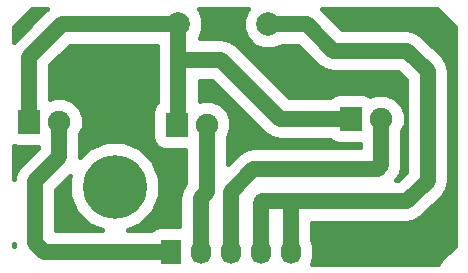
<source format=gbr>
G04 #@! TF.FileFunction,Copper,L1,Top,Signal*
%FSLAX46Y46*%
G04 Gerber Fmt 4.6, Leading zero omitted, Abs format (unit mm)*
G04 Created by KiCad (PCBNEW 4.0.0-rc2-stable) date 16-4-2016 22:36:50*
%MOMM*%
G01*
G04 APERTURE LIST*
%ADD10C,0.100000*%
%ADD11R,1.727200X2.032000*%
%ADD12O,1.727200X2.032000*%
%ADD13C,1.998980*%
%ADD14R,1.900000X2.000000*%
%ADD15C,1.900000*%
%ADD16C,5.400000*%
%ADD17C,1.350000*%
%ADD18C,0.454000*%
G04 APERTURE END LIST*
D10*
D11*
X28250000Y-35750000D03*
D12*
X30790000Y-35750000D03*
X33330000Y-35750000D03*
X35870000Y-35750000D03*
X38410000Y-35750000D03*
D13*
X36500000Y-16500000D03*
X28880000Y-16500000D03*
D14*
X43500000Y-24500000D03*
D15*
X46040000Y-24500000D03*
D14*
X28750000Y-25000000D03*
D15*
X31290000Y-25000000D03*
D14*
X16250000Y-24750000D03*
D15*
X18790000Y-24750000D03*
D16*
X23500000Y-30250000D03*
D17*
X36500000Y-16500000D02*
X39750000Y-16500000D01*
X48250000Y-31500000D02*
X38070000Y-31500000D01*
X50000000Y-29750000D02*
X48250000Y-31500000D01*
X50000000Y-20500000D02*
X50000000Y-29750000D01*
X48250000Y-18750000D02*
X50000000Y-20500000D01*
X42000000Y-18750000D02*
X48250000Y-18750000D01*
X39750000Y-16500000D02*
X42000000Y-18750000D01*
X38410000Y-35750000D02*
X38410000Y-31840000D01*
X35870000Y-31630000D02*
X35870000Y-35750000D01*
X36000000Y-31500000D02*
X35870000Y-31630000D01*
X38070000Y-31500000D02*
X36000000Y-31500000D01*
X38410000Y-31840000D02*
X38070000Y-31500000D01*
X33330000Y-35750000D02*
X33330000Y-30670000D01*
X46040000Y-28460000D02*
X46040000Y-24500000D01*
X45750000Y-28750000D02*
X46040000Y-28460000D01*
X35250000Y-28750000D02*
X45750000Y-28750000D01*
X33330000Y-30670000D02*
X35250000Y-28750000D01*
X31290000Y-25000000D02*
X31290000Y-30710000D01*
X30790000Y-31210000D02*
X30790000Y-35750000D01*
X31290000Y-30710000D02*
X30790000Y-31210000D01*
X30750000Y-35710000D02*
X30790000Y-35750000D01*
X18790000Y-24750000D02*
X18790000Y-27710000D01*
X17500000Y-35750000D02*
X28250000Y-35750000D01*
X16750000Y-35000000D02*
X17500000Y-35750000D01*
X16750000Y-29750000D02*
X16750000Y-35000000D01*
X18790000Y-27710000D02*
X16750000Y-29750000D01*
X43500000Y-24500000D02*
X37500000Y-24500000D01*
X32500000Y-19500000D02*
X28880000Y-19500000D01*
X37500000Y-24500000D02*
X32500000Y-19500000D01*
X16250000Y-24750000D02*
X16250000Y-19250000D01*
X19000000Y-16500000D02*
X28880000Y-16500000D01*
X16250000Y-19250000D02*
X19000000Y-16500000D01*
X28880000Y-16500000D02*
X28880000Y-19500000D01*
X28880000Y-19500000D02*
X28880000Y-24870000D01*
X28880000Y-24870000D02*
X28750000Y-25000000D01*
D18*
G36*
X52290000Y-16751199D02*
X52290000Y-35248802D01*
X51144401Y-36394401D01*
X50882106Y-36786953D01*
X50881500Y-36790000D01*
X40202592Y-36790000D01*
X40256466Y-36709372D01*
X40408600Y-35944541D01*
X40408600Y-35555459D01*
X40256466Y-34790628D01*
X40220000Y-34736053D01*
X40220000Y-33310000D01*
X48250000Y-33310000D01*
X48942657Y-33172222D01*
X49529863Y-32779863D01*
X51279863Y-31029863D01*
X51672222Y-30442657D01*
X51810000Y-29750000D01*
X51810000Y-20500000D01*
X51672222Y-19807343D01*
X51279863Y-19220137D01*
X49529863Y-17470137D01*
X48942657Y-17077778D01*
X48250000Y-16940000D01*
X42749727Y-16940000D01*
X41029863Y-15220137D01*
X41014692Y-15210000D01*
X50748802Y-15210000D01*
X52290000Y-16751199D01*
X52290000Y-16751199D01*
G37*
X52290000Y-16751199D02*
X52290000Y-35248802D01*
X51144401Y-36394401D01*
X50882106Y-36786953D01*
X50881500Y-36790000D01*
X40202592Y-36790000D01*
X40256466Y-36709372D01*
X40408600Y-35944541D01*
X40408600Y-35555459D01*
X40256466Y-34790628D01*
X40220000Y-34736053D01*
X40220000Y-33310000D01*
X48250000Y-33310000D01*
X48942657Y-33172222D01*
X49529863Y-32779863D01*
X51279863Y-31029863D01*
X51672222Y-30442657D01*
X51810000Y-29750000D01*
X51810000Y-20500000D01*
X51672222Y-19807343D01*
X51279863Y-19220137D01*
X49529863Y-17470137D01*
X48942657Y-17077778D01*
X48250000Y-16940000D01*
X42749727Y-16940000D01*
X41029863Y-15220137D01*
X41014692Y-15210000D01*
X50748802Y-15210000D01*
X52290000Y-16751199D01*
G36*
X14996812Y-35285614D02*
X14960000Y-35248802D01*
X14960000Y-35100547D01*
X14996812Y-35285614D01*
X14996812Y-35285614D01*
G37*
X14996812Y-35285614D02*
X14960000Y-35248802D01*
X14960000Y-35100547D01*
X14996812Y-35285614D01*
G36*
X19665667Y-29483825D02*
X19664336Y-31009482D01*
X20246950Y-32419515D01*
X21324811Y-33499259D01*
X22386233Y-33940000D01*
X18560000Y-33940000D01*
X18560000Y-30499726D01*
X19729409Y-29330318D01*
X19665667Y-29483825D01*
X19665667Y-29483825D01*
G37*
X19665667Y-29483825D02*
X19664336Y-31009482D01*
X20246950Y-32419515D01*
X21324811Y-33499259D01*
X22386233Y-33940000D01*
X18560000Y-33940000D01*
X18560000Y-30499726D01*
X19729409Y-29330318D01*
X19665667Y-29483825D01*
G36*
X27070000Y-23120997D02*
X26993094Y-23170485D01*
X26733939Y-23549771D01*
X26642765Y-24000000D01*
X26642765Y-26000000D01*
X26721907Y-26420606D01*
X26970485Y-26806906D01*
X27349771Y-27066061D01*
X27800000Y-27157235D01*
X29480000Y-27157235D01*
X29480000Y-29975240D01*
X29117778Y-30517343D01*
X28980000Y-31210000D01*
X28980000Y-33576765D01*
X27386400Y-33576765D01*
X26965794Y-33655907D01*
X26579494Y-33904485D01*
X26555228Y-33940000D01*
X24612016Y-33940000D01*
X25669515Y-33503050D01*
X26749259Y-32425189D01*
X27334333Y-31016175D01*
X27335664Y-29490518D01*
X26753050Y-28080485D01*
X25675189Y-27000741D01*
X24266175Y-26415667D01*
X22740518Y-26414336D01*
X21330485Y-26996950D01*
X20595989Y-27730165D01*
X20600000Y-27710000D01*
X20600000Y-25827954D01*
X20874638Y-25166552D01*
X20875362Y-24337087D01*
X20558608Y-23570485D01*
X19972600Y-22983453D01*
X19206552Y-22665362D01*
X18377087Y-22664638D01*
X18060000Y-22795656D01*
X18060000Y-19999726D01*
X19749726Y-18310000D01*
X27070000Y-18310000D01*
X27070000Y-23120997D01*
X27070000Y-23120997D01*
G37*
X27070000Y-23120997D02*
X26993094Y-23170485D01*
X26733939Y-23549771D01*
X26642765Y-24000000D01*
X26642765Y-26000000D01*
X26721907Y-26420606D01*
X26970485Y-26806906D01*
X27349771Y-27066061D01*
X27800000Y-27157235D01*
X29480000Y-27157235D01*
X29480000Y-29975240D01*
X29117778Y-30517343D01*
X28980000Y-31210000D01*
X28980000Y-33576765D01*
X27386400Y-33576765D01*
X26965794Y-33655907D01*
X26579494Y-33904485D01*
X26555228Y-33940000D01*
X24612016Y-33940000D01*
X25669515Y-33503050D01*
X26749259Y-32425189D01*
X27334333Y-31016175D01*
X27335664Y-29490518D01*
X26753050Y-28080485D01*
X25675189Y-27000741D01*
X24266175Y-26415667D01*
X22740518Y-26414336D01*
X21330485Y-26996950D01*
X20595989Y-27730165D01*
X20600000Y-27710000D01*
X20600000Y-25827954D01*
X20874638Y-25166552D01*
X20875362Y-24337087D01*
X20558608Y-23570485D01*
X19972600Y-22983453D01*
X19206552Y-22665362D01*
X18377087Y-22664638D01*
X18060000Y-22795656D01*
X18060000Y-19999726D01*
X19749726Y-18310000D01*
X27070000Y-18310000D01*
X27070000Y-23120997D01*
G36*
X34691523Y-15289330D02*
X34365881Y-16073561D01*
X34365140Y-16922714D01*
X34689412Y-17707512D01*
X35289330Y-18308477D01*
X36073561Y-18634119D01*
X36922714Y-18634860D01*
X37707512Y-18310588D01*
X37708101Y-18310000D01*
X39000274Y-18310000D01*
X40720137Y-20029864D01*
X41307343Y-20422222D01*
X42000000Y-20560000D01*
X47500274Y-20560000D01*
X48190000Y-21249726D01*
X48190000Y-29000274D01*
X47500274Y-29690000D01*
X47353180Y-29690000D01*
X47712222Y-29152657D01*
X47850000Y-28460000D01*
X47850000Y-25577954D01*
X48124638Y-24916552D01*
X48125362Y-24087087D01*
X47808608Y-23320485D01*
X47222600Y-22733453D01*
X46456552Y-22415362D01*
X45627087Y-22414638D01*
X45156536Y-22609066D01*
X44900229Y-22433939D01*
X44450000Y-22342765D01*
X42550000Y-22342765D01*
X42129394Y-22421907D01*
X41743094Y-22670485D01*
X41729760Y-22690000D01*
X38249726Y-22690000D01*
X33779863Y-18220137D01*
X33192657Y-17827778D01*
X32500000Y-17690000D01*
X30697060Y-17690000D01*
X31014119Y-16926439D01*
X31014860Y-16077286D01*
X30690588Y-15292488D01*
X30608244Y-15210000D01*
X34770991Y-15210000D01*
X34691523Y-15289330D01*
X34691523Y-15289330D01*
G37*
X34691523Y-15289330D02*
X34365881Y-16073561D01*
X34365140Y-16922714D01*
X34689412Y-17707512D01*
X35289330Y-18308477D01*
X36073561Y-18634119D01*
X36922714Y-18634860D01*
X37707512Y-18310588D01*
X37708101Y-18310000D01*
X39000274Y-18310000D01*
X40720137Y-20029864D01*
X41307343Y-20422222D01*
X42000000Y-20560000D01*
X47500274Y-20560000D01*
X48190000Y-21249726D01*
X48190000Y-29000274D01*
X47500274Y-29690000D01*
X47353180Y-29690000D01*
X47712222Y-29152657D01*
X47850000Y-28460000D01*
X47850000Y-25577954D01*
X48124638Y-24916552D01*
X48125362Y-24087087D01*
X47808608Y-23320485D01*
X47222600Y-22733453D01*
X46456552Y-22415362D01*
X45627087Y-22414638D01*
X45156536Y-22609066D01*
X44900229Y-22433939D01*
X44450000Y-22342765D01*
X42550000Y-22342765D01*
X42129394Y-22421907D01*
X41743094Y-22670485D01*
X41729760Y-22690000D01*
X38249726Y-22690000D01*
X33779863Y-18220137D01*
X33192657Y-17827778D01*
X32500000Y-17690000D01*
X30697060Y-17690000D01*
X31014119Y-16926439D01*
X31014860Y-16077286D01*
X30690588Y-15292488D01*
X30608244Y-15210000D01*
X34770991Y-15210000D01*
X34691523Y-15289330D01*
G36*
X15300000Y-26907235D02*
X16980000Y-26907235D01*
X16980000Y-26960273D01*
X15470137Y-28470137D01*
X15077778Y-29057343D01*
X14960000Y-29649453D01*
X14960000Y-26838383D01*
X15300000Y-26907235D01*
X15300000Y-26907235D01*
G37*
X15300000Y-26907235D02*
X16980000Y-26907235D01*
X16980000Y-26960273D01*
X15470137Y-28470137D01*
X15077778Y-29057343D01*
X14960000Y-29649453D01*
X14960000Y-26838383D01*
X15300000Y-26907235D01*
G36*
X36220137Y-25779863D02*
X36807343Y-26172222D01*
X37500000Y-26310000D01*
X41725013Y-26310000D01*
X42099771Y-26566061D01*
X42550000Y-26657235D01*
X44230000Y-26657235D01*
X44230000Y-26940000D01*
X35250000Y-26940000D01*
X34557343Y-27077778D01*
X33970137Y-27470137D01*
X33100000Y-28340274D01*
X33100000Y-26077954D01*
X33374638Y-25416552D01*
X33375362Y-24587087D01*
X33058608Y-23820485D01*
X32472600Y-23233453D01*
X31706552Y-22915362D01*
X30877087Y-22914638D01*
X30690000Y-22991941D01*
X30690000Y-21310000D01*
X31750274Y-21310000D01*
X36220137Y-25779863D01*
X36220137Y-25779863D01*
G37*
X36220137Y-25779863D02*
X36807343Y-26172222D01*
X37500000Y-26310000D01*
X41725013Y-26310000D01*
X42099771Y-26566061D01*
X42550000Y-26657235D01*
X44230000Y-26657235D01*
X44230000Y-26940000D01*
X35250000Y-26940000D01*
X34557343Y-27077778D01*
X33970137Y-27470137D01*
X33100000Y-28340274D01*
X33100000Y-26077954D01*
X33374638Y-25416552D01*
X33375362Y-24587087D01*
X33058608Y-23820485D01*
X32472600Y-23233453D01*
X31706552Y-22915362D01*
X30877087Y-22914638D01*
X30690000Y-22991941D01*
X30690000Y-21310000D01*
X31750274Y-21310000D01*
X36220137Y-25779863D01*
G36*
X17720137Y-15220137D02*
X14970137Y-17970137D01*
X14960000Y-17985308D01*
X14960000Y-16751198D01*
X16501199Y-15210000D01*
X17735308Y-15210000D01*
X17720137Y-15220137D01*
X17720137Y-15220137D01*
G37*
X17720137Y-15220137D02*
X14970137Y-17970137D01*
X14960000Y-17985308D01*
X14960000Y-16751198D01*
X16501199Y-15210000D01*
X17735308Y-15210000D01*
X17720137Y-15220137D01*
M02*

</source>
